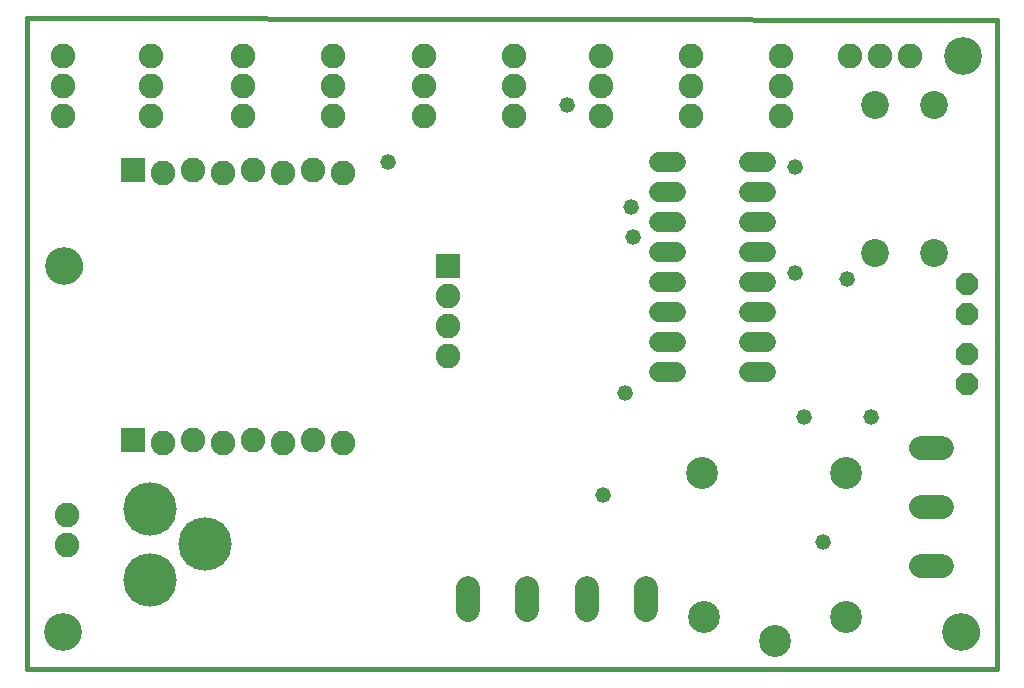
<source format=gbs>
G75*
%MOIN*%
%OFA0B0*%
%FSLAX25Y25*%
%IPPOS*%
%LPD*%
%AMOC8*
5,1,8,0,0,1.08239X$1,22.5*
%
%ADD10C,0.01600*%
%ADD11R,0.08200X0.08200*%
%ADD12C,0.08200*%
%ADD13C,0.08100*%
%ADD14C,0.00000*%
%ADD15C,0.12611*%
%ADD16OC8,0.07400*%
%ADD17C,0.06600*%
%ADD18C,0.09300*%
%ADD19C,0.10643*%
%ADD20C,0.17800*%
%ADD21C,0.05200*%
D10*
X0034000Y0043800D02*
X0034000Y0260800D01*
X0357500Y0260300D01*
X0357500Y0043800D01*
X0034000Y0043800D01*
D11*
X0069500Y0120300D03*
X0174500Y0178300D03*
X0069500Y0210300D03*
D12*
X0079500Y0209300D03*
X0089500Y0210300D03*
X0099500Y0209300D03*
X0109500Y0210300D03*
X0119500Y0209300D03*
X0129500Y0210300D03*
X0139500Y0209300D03*
X0136000Y0228300D03*
X0136000Y0238300D03*
X0136000Y0248300D03*
X0106000Y0248300D03*
X0106000Y0238300D03*
X0106000Y0228300D03*
X0075500Y0228300D03*
X0075500Y0238300D03*
X0075500Y0248300D03*
X0046000Y0248300D03*
X0046000Y0238300D03*
X0046000Y0228300D03*
X0166500Y0228300D03*
X0166500Y0238300D03*
X0166500Y0248300D03*
X0196500Y0248300D03*
X0196500Y0238300D03*
X0196500Y0228300D03*
X0225500Y0228300D03*
X0225500Y0238300D03*
X0225500Y0248300D03*
X0255500Y0248300D03*
X0255500Y0238300D03*
X0255500Y0228300D03*
X0285500Y0228300D03*
X0285500Y0238300D03*
X0285500Y0248300D03*
X0308500Y0248300D03*
X0318500Y0248300D03*
X0328500Y0248300D03*
X0174500Y0168300D03*
X0174500Y0158300D03*
X0174500Y0148300D03*
X0139500Y0119300D03*
X0129500Y0120300D03*
X0119500Y0119300D03*
X0109500Y0120300D03*
X0099500Y0119300D03*
X0089500Y0120300D03*
X0079500Y0119300D03*
X0047500Y0095300D03*
X0047500Y0085300D03*
D13*
X0181157Y0070950D02*
X0181157Y0063650D01*
X0200843Y0063650D02*
X0200843Y0070950D01*
X0220657Y0070950D02*
X0220657Y0063650D01*
X0240343Y0063650D02*
X0240343Y0070950D01*
X0331929Y0078115D02*
X0339229Y0078115D01*
X0339229Y0097800D02*
X0331929Y0097800D01*
X0331929Y0117485D02*
X0339229Y0117485D01*
D14*
X0339594Y0056300D02*
X0339596Y0056453D01*
X0339602Y0056607D01*
X0339612Y0056760D01*
X0339626Y0056912D01*
X0339644Y0057065D01*
X0339666Y0057216D01*
X0339691Y0057367D01*
X0339721Y0057518D01*
X0339755Y0057668D01*
X0339792Y0057816D01*
X0339833Y0057964D01*
X0339878Y0058110D01*
X0339927Y0058256D01*
X0339980Y0058400D01*
X0340036Y0058542D01*
X0340096Y0058683D01*
X0340160Y0058823D01*
X0340227Y0058961D01*
X0340298Y0059097D01*
X0340373Y0059231D01*
X0340450Y0059363D01*
X0340532Y0059493D01*
X0340616Y0059621D01*
X0340704Y0059747D01*
X0340795Y0059870D01*
X0340889Y0059991D01*
X0340987Y0060109D01*
X0341087Y0060225D01*
X0341191Y0060338D01*
X0341297Y0060449D01*
X0341406Y0060557D01*
X0341518Y0060662D01*
X0341632Y0060763D01*
X0341750Y0060862D01*
X0341869Y0060958D01*
X0341991Y0061051D01*
X0342116Y0061140D01*
X0342243Y0061227D01*
X0342372Y0061309D01*
X0342503Y0061389D01*
X0342636Y0061465D01*
X0342771Y0061538D01*
X0342908Y0061607D01*
X0343047Y0061672D01*
X0343187Y0061734D01*
X0343329Y0061792D01*
X0343472Y0061847D01*
X0343617Y0061898D01*
X0343763Y0061945D01*
X0343910Y0061988D01*
X0344058Y0062027D01*
X0344207Y0062063D01*
X0344357Y0062094D01*
X0344508Y0062122D01*
X0344659Y0062146D01*
X0344812Y0062166D01*
X0344964Y0062182D01*
X0345117Y0062194D01*
X0345270Y0062202D01*
X0345423Y0062206D01*
X0345577Y0062206D01*
X0345730Y0062202D01*
X0345883Y0062194D01*
X0346036Y0062182D01*
X0346188Y0062166D01*
X0346341Y0062146D01*
X0346492Y0062122D01*
X0346643Y0062094D01*
X0346793Y0062063D01*
X0346942Y0062027D01*
X0347090Y0061988D01*
X0347237Y0061945D01*
X0347383Y0061898D01*
X0347528Y0061847D01*
X0347671Y0061792D01*
X0347813Y0061734D01*
X0347953Y0061672D01*
X0348092Y0061607D01*
X0348229Y0061538D01*
X0348364Y0061465D01*
X0348497Y0061389D01*
X0348628Y0061309D01*
X0348757Y0061227D01*
X0348884Y0061140D01*
X0349009Y0061051D01*
X0349131Y0060958D01*
X0349250Y0060862D01*
X0349368Y0060763D01*
X0349482Y0060662D01*
X0349594Y0060557D01*
X0349703Y0060449D01*
X0349809Y0060338D01*
X0349913Y0060225D01*
X0350013Y0060109D01*
X0350111Y0059991D01*
X0350205Y0059870D01*
X0350296Y0059747D01*
X0350384Y0059621D01*
X0350468Y0059493D01*
X0350550Y0059363D01*
X0350627Y0059231D01*
X0350702Y0059097D01*
X0350773Y0058961D01*
X0350840Y0058823D01*
X0350904Y0058683D01*
X0350964Y0058542D01*
X0351020Y0058400D01*
X0351073Y0058256D01*
X0351122Y0058110D01*
X0351167Y0057964D01*
X0351208Y0057816D01*
X0351245Y0057668D01*
X0351279Y0057518D01*
X0351309Y0057367D01*
X0351334Y0057216D01*
X0351356Y0057065D01*
X0351374Y0056912D01*
X0351388Y0056760D01*
X0351398Y0056607D01*
X0351404Y0056453D01*
X0351406Y0056300D01*
X0351404Y0056147D01*
X0351398Y0055993D01*
X0351388Y0055840D01*
X0351374Y0055688D01*
X0351356Y0055535D01*
X0351334Y0055384D01*
X0351309Y0055233D01*
X0351279Y0055082D01*
X0351245Y0054932D01*
X0351208Y0054784D01*
X0351167Y0054636D01*
X0351122Y0054490D01*
X0351073Y0054344D01*
X0351020Y0054200D01*
X0350964Y0054058D01*
X0350904Y0053917D01*
X0350840Y0053777D01*
X0350773Y0053639D01*
X0350702Y0053503D01*
X0350627Y0053369D01*
X0350550Y0053237D01*
X0350468Y0053107D01*
X0350384Y0052979D01*
X0350296Y0052853D01*
X0350205Y0052730D01*
X0350111Y0052609D01*
X0350013Y0052491D01*
X0349913Y0052375D01*
X0349809Y0052262D01*
X0349703Y0052151D01*
X0349594Y0052043D01*
X0349482Y0051938D01*
X0349368Y0051837D01*
X0349250Y0051738D01*
X0349131Y0051642D01*
X0349009Y0051549D01*
X0348884Y0051460D01*
X0348757Y0051373D01*
X0348628Y0051291D01*
X0348497Y0051211D01*
X0348364Y0051135D01*
X0348229Y0051062D01*
X0348092Y0050993D01*
X0347953Y0050928D01*
X0347813Y0050866D01*
X0347671Y0050808D01*
X0347528Y0050753D01*
X0347383Y0050702D01*
X0347237Y0050655D01*
X0347090Y0050612D01*
X0346942Y0050573D01*
X0346793Y0050537D01*
X0346643Y0050506D01*
X0346492Y0050478D01*
X0346341Y0050454D01*
X0346188Y0050434D01*
X0346036Y0050418D01*
X0345883Y0050406D01*
X0345730Y0050398D01*
X0345577Y0050394D01*
X0345423Y0050394D01*
X0345270Y0050398D01*
X0345117Y0050406D01*
X0344964Y0050418D01*
X0344812Y0050434D01*
X0344659Y0050454D01*
X0344508Y0050478D01*
X0344357Y0050506D01*
X0344207Y0050537D01*
X0344058Y0050573D01*
X0343910Y0050612D01*
X0343763Y0050655D01*
X0343617Y0050702D01*
X0343472Y0050753D01*
X0343329Y0050808D01*
X0343187Y0050866D01*
X0343047Y0050928D01*
X0342908Y0050993D01*
X0342771Y0051062D01*
X0342636Y0051135D01*
X0342503Y0051211D01*
X0342372Y0051291D01*
X0342243Y0051373D01*
X0342116Y0051460D01*
X0341991Y0051549D01*
X0341869Y0051642D01*
X0341750Y0051738D01*
X0341632Y0051837D01*
X0341518Y0051938D01*
X0341406Y0052043D01*
X0341297Y0052151D01*
X0341191Y0052262D01*
X0341087Y0052375D01*
X0340987Y0052491D01*
X0340889Y0052609D01*
X0340795Y0052730D01*
X0340704Y0052853D01*
X0340616Y0052979D01*
X0340532Y0053107D01*
X0340450Y0053237D01*
X0340373Y0053369D01*
X0340298Y0053503D01*
X0340227Y0053639D01*
X0340160Y0053777D01*
X0340096Y0053917D01*
X0340036Y0054058D01*
X0339980Y0054200D01*
X0339927Y0054344D01*
X0339878Y0054490D01*
X0339833Y0054636D01*
X0339792Y0054784D01*
X0339755Y0054932D01*
X0339721Y0055082D01*
X0339691Y0055233D01*
X0339666Y0055384D01*
X0339644Y0055535D01*
X0339626Y0055688D01*
X0339612Y0055840D01*
X0339602Y0055993D01*
X0339596Y0056147D01*
X0339594Y0056300D01*
X0340094Y0248300D02*
X0340096Y0248453D01*
X0340102Y0248607D01*
X0340112Y0248760D01*
X0340126Y0248912D01*
X0340144Y0249065D01*
X0340166Y0249216D01*
X0340191Y0249367D01*
X0340221Y0249518D01*
X0340255Y0249668D01*
X0340292Y0249816D01*
X0340333Y0249964D01*
X0340378Y0250110D01*
X0340427Y0250256D01*
X0340480Y0250400D01*
X0340536Y0250542D01*
X0340596Y0250683D01*
X0340660Y0250823D01*
X0340727Y0250961D01*
X0340798Y0251097D01*
X0340873Y0251231D01*
X0340950Y0251363D01*
X0341032Y0251493D01*
X0341116Y0251621D01*
X0341204Y0251747D01*
X0341295Y0251870D01*
X0341389Y0251991D01*
X0341487Y0252109D01*
X0341587Y0252225D01*
X0341691Y0252338D01*
X0341797Y0252449D01*
X0341906Y0252557D01*
X0342018Y0252662D01*
X0342132Y0252763D01*
X0342250Y0252862D01*
X0342369Y0252958D01*
X0342491Y0253051D01*
X0342616Y0253140D01*
X0342743Y0253227D01*
X0342872Y0253309D01*
X0343003Y0253389D01*
X0343136Y0253465D01*
X0343271Y0253538D01*
X0343408Y0253607D01*
X0343547Y0253672D01*
X0343687Y0253734D01*
X0343829Y0253792D01*
X0343972Y0253847D01*
X0344117Y0253898D01*
X0344263Y0253945D01*
X0344410Y0253988D01*
X0344558Y0254027D01*
X0344707Y0254063D01*
X0344857Y0254094D01*
X0345008Y0254122D01*
X0345159Y0254146D01*
X0345312Y0254166D01*
X0345464Y0254182D01*
X0345617Y0254194D01*
X0345770Y0254202D01*
X0345923Y0254206D01*
X0346077Y0254206D01*
X0346230Y0254202D01*
X0346383Y0254194D01*
X0346536Y0254182D01*
X0346688Y0254166D01*
X0346841Y0254146D01*
X0346992Y0254122D01*
X0347143Y0254094D01*
X0347293Y0254063D01*
X0347442Y0254027D01*
X0347590Y0253988D01*
X0347737Y0253945D01*
X0347883Y0253898D01*
X0348028Y0253847D01*
X0348171Y0253792D01*
X0348313Y0253734D01*
X0348453Y0253672D01*
X0348592Y0253607D01*
X0348729Y0253538D01*
X0348864Y0253465D01*
X0348997Y0253389D01*
X0349128Y0253309D01*
X0349257Y0253227D01*
X0349384Y0253140D01*
X0349509Y0253051D01*
X0349631Y0252958D01*
X0349750Y0252862D01*
X0349868Y0252763D01*
X0349982Y0252662D01*
X0350094Y0252557D01*
X0350203Y0252449D01*
X0350309Y0252338D01*
X0350413Y0252225D01*
X0350513Y0252109D01*
X0350611Y0251991D01*
X0350705Y0251870D01*
X0350796Y0251747D01*
X0350884Y0251621D01*
X0350968Y0251493D01*
X0351050Y0251363D01*
X0351127Y0251231D01*
X0351202Y0251097D01*
X0351273Y0250961D01*
X0351340Y0250823D01*
X0351404Y0250683D01*
X0351464Y0250542D01*
X0351520Y0250400D01*
X0351573Y0250256D01*
X0351622Y0250110D01*
X0351667Y0249964D01*
X0351708Y0249816D01*
X0351745Y0249668D01*
X0351779Y0249518D01*
X0351809Y0249367D01*
X0351834Y0249216D01*
X0351856Y0249065D01*
X0351874Y0248912D01*
X0351888Y0248760D01*
X0351898Y0248607D01*
X0351904Y0248453D01*
X0351906Y0248300D01*
X0351904Y0248147D01*
X0351898Y0247993D01*
X0351888Y0247840D01*
X0351874Y0247688D01*
X0351856Y0247535D01*
X0351834Y0247384D01*
X0351809Y0247233D01*
X0351779Y0247082D01*
X0351745Y0246932D01*
X0351708Y0246784D01*
X0351667Y0246636D01*
X0351622Y0246490D01*
X0351573Y0246344D01*
X0351520Y0246200D01*
X0351464Y0246058D01*
X0351404Y0245917D01*
X0351340Y0245777D01*
X0351273Y0245639D01*
X0351202Y0245503D01*
X0351127Y0245369D01*
X0351050Y0245237D01*
X0350968Y0245107D01*
X0350884Y0244979D01*
X0350796Y0244853D01*
X0350705Y0244730D01*
X0350611Y0244609D01*
X0350513Y0244491D01*
X0350413Y0244375D01*
X0350309Y0244262D01*
X0350203Y0244151D01*
X0350094Y0244043D01*
X0349982Y0243938D01*
X0349868Y0243837D01*
X0349750Y0243738D01*
X0349631Y0243642D01*
X0349509Y0243549D01*
X0349384Y0243460D01*
X0349257Y0243373D01*
X0349128Y0243291D01*
X0348997Y0243211D01*
X0348864Y0243135D01*
X0348729Y0243062D01*
X0348592Y0242993D01*
X0348453Y0242928D01*
X0348313Y0242866D01*
X0348171Y0242808D01*
X0348028Y0242753D01*
X0347883Y0242702D01*
X0347737Y0242655D01*
X0347590Y0242612D01*
X0347442Y0242573D01*
X0347293Y0242537D01*
X0347143Y0242506D01*
X0346992Y0242478D01*
X0346841Y0242454D01*
X0346688Y0242434D01*
X0346536Y0242418D01*
X0346383Y0242406D01*
X0346230Y0242398D01*
X0346077Y0242394D01*
X0345923Y0242394D01*
X0345770Y0242398D01*
X0345617Y0242406D01*
X0345464Y0242418D01*
X0345312Y0242434D01*
X0345159Y0242454D01*
X0345008Y0242478D01*
X0344857Y0242506D01*
X0344707Y0242537D01*
X0344558Y0242573D01*
X0344410Y0242612D01*
X0344263Y0242655D01*
X0344117Y0242702D01*
X0343972Y0242753D01*
X0343829Y0242808D01*
X0343687Y0242866D01*
X0343547Y0242928D01*
X0343408Y0242993D01*
X0343271Y0243062D01*
X0343136Y0243135D01*
X0343003Y0243211D01*
X0342872Y0243291D01*
X0342743Y0243373D01*
X0342616Y0243460D01*
X0342491Y0243549D01*
X0342369Y0243642D01*
X0342250Y0243738D01*
X0342132Y0243837D01*
X0342018Y0243938D01*
X0341906Y0244043D01*
X0341797Y0244151D01*
X0341691Y0244262D01*
X0341587Y0244375D01*
X0341487Y0244491D01*
X0341389Y0244609D01*
X0341295Y0244730D01*
X0341204Y0244853D01*
X0341116Y0244979D01*
X0341032Y0245107D01*
X0340950Y0245237D01*
X0340873Y0245369D01*
X0340798Y0245503D01*
X0340727Y0245639D01*
X0340660Y0245777D01*
X0340596Y0245917D01*
X0340536Y0246058D01*
X0340480Y0246200D01*
X0340427Y0246344D01*
X0340378Y0246490D01*
X0340333Y0246636D01*
X0340292Y0246784D01*
X0340255Y0246932D01*
X0340221Y0247082D01*
X0340191Y0247233D01*
X0340166Y0247384D01*
X0340144Y0247535D01*
X0340126Y0247688D01*
X0340112Y0247840D01*
X0340102Y0247993D01*
X0340096Y0248147D01*
X0340094Y0248300D01*
X0040594Y0178300D02*
X0040596Y0178453D01*
X0040602Y0178607D01*
X0040612Y0178760D01*
X0040626Y0178912D01*
X0040644Y0179065D01*
X0040666Y0179216D01*
X0040691Y0179367D01*
X0040721Y0179518D01*
X0040755Y0179668D01*
X0040792Y0179816D01*
X0040833Y0179964D01*
X0040878Y0180110D01*
X0040927Y0180256D01*
X0040980Y0180400D01*
X0041036Y0180542D01*
X0041096Y0180683D01*
X0041160Y0180823D01*
X0041227Y0180961D01*
X0041298Y0181097D01*
X0041373Y0181231D01*
X0041450Y0181363D01*
X0041532Y0181493D01*
X0041616Y0181621D01*
X0041704Y0181747D01*
X0041795Y0181870D01*
X0041889Y0181991D01*
X0041987Y0182109D01*
X0042087Y0182225D01*
X0042191Y0182338D01*
X0042297Y0182449D01*
X0042406Y0182557D01*
X0042518Y0182662D01*
X0042632Y0182763D01*
X0042750Y0182862D01*
X0042869Y0182958D01*
X0042991Y0183051D01*
X0043116Y0183140D01*
X0043243Y0183227D01*
X0043372Y0183309D01*
X0043503Y0183389D01*
X0043636Y0183465D01*
X0043771Y0183538D01*
X0043908Y0183607D01*
X0044047Y0183672D01*
X0044187Y0183734D01*
X0044329Y0183792D01*
X0044472Y0183847D01*
X0044617Y0183898D01*
X0044763Y0183945D01*
X0044910Y0183988D01*
X0045058Y0184027D01*
X0045207Y0184063D01*
X0045357Y0184094D01*
X0045508Y0184122D01*
X0045659Y0184146D01*
X0045812Y0184166D01*
X0045964Y0184182D01*
X0046117Y0184194D01*
X0046270Y0184202D01*
X0046423Y0184206D01*
X0046577Y0184206D01*
X0046730Y0184202D01*
X0046883Y0184194D01*
X0047036Y0184182D01*
X0047188Y0184166D01*
X0047341Y0184146D01*
X0047492Y0184122D01*
X0047643Y0184094D01*
X0047793Y0184063D01*
X0047942Y0184027D01*
X0048090Y0183988D01*
X0048237Y0183945D01*
X0048383Y0183898D01*
X0048528Y0183847D01*
X0048671Y0183792D01*
X0048813Y0183734D01*
X0048953Y0183672D01*
X0049092Y0183607D01*
X0049229Y0183538D01*
X0049364Y0183465D01*
X0049497Y0183389D01*
X0049628Y0183309D01*
X0049757Y0183227D01*
X0049884Y0183140D01*
X0050009Y0183051D01*
X0050131Y0182958D01*
X0050250Y0182862D01*
X0050368Y0182763D01*
X0050482Y0182662D01*
X0050594Y0182557D01*
X0050703Y0182449D01*
X0050809Y0182338D01*
X0050913Y0182225D01*
X0051013Y0182109D01*
X0051111Y0181991D01*
X0051205Y0181870D01*
X0051296Y0181747D01*
X0051384Y0181621D01*
X0051468Y0181493D01*
X0051550Y0181363D01*
X0051627Y0181231D01*
X0051702Y0181097D01*
X0051773Y0180961D01*
X0051840Y0180823D01*
X0051904Y0180683D01*
X0051964Y0180542D01*
X0052020Y0180400D01*
X0052073Y0180256D01*
X0052122Y0180110D01*
X0052167Y0179964D01*
X0052208Y0179816D01*
X0052245Y0179668D01*
X0052279Y0179518D01*
X0052309Y0179367D01*
X0052334Y0179216D01*
X0052356Y0179065D01*
X0052374Y0178912D01*
X0052388Y0178760D01*
X0052398Y0178607D01*
X0052404Y0178453D01*
X0052406Y0178300D01*
X0052404Y0178147D01*
X0052398Y0177993D01*
X0052388Y0177840D01*
X0052374Y0177688D01*
X0052356Y0177535D01*
X0052334Y0177384D01*
X0052309Y0177233D01*
X0052279Y0177082D01*
X0052245Y0176932D01*
X0052208Y0176784D01*
X0052167Y0176636D01*
X0052122Y0176490D01*
X0052073Y0176344D01*
X0052020Y0176200D01*
X0051964Y0176058D01*
X0051904Y0175917D01*
X0051840Y0175777D01*
X0051773Y0175639D01*
X0051702Y0175503D01*
X0051627Y0175369D01*
X0051550Y0175237D01*
X0051468Y0175107D01*
X0051384Y0174979D01*
X0051296Y0174853D01*
X0051205Y0174730D01*
X0051111Y0174609D01*
X0051013Y0174491D01*
X0050913Y0174375D01*
X0050809Y0174262D01*
X0050703Y0174151D01*
X0050594Y0174043D01*
X0050482Y0173938D01*
X0050368Y0173837D01*
X0050250Y0173738D01*
X0050131Y0173642D01*
X0050009Y0173549D01*
X0049884Y0173460D01*
X0049757Y0173373D01*
X0049628Y0173291D01*
X0049497Y0173211D01*
X0049364Y0173135D01*
X0049229Y0173062D01*
X0049092Y0172993D01*
X0048953Y0172928D01*
X0048813Y0172866D01*
X0048671Y0172808D01*
X0048528Y0172753D01*
X0048383Y0172702D01*
X0048237Y0172655D01*
X0048090Y0172612D01*
X0047942Y0172573D01*
X0047793Y0172537D01*
X0047643Y0172506D01*
X0047492Y0172478D01*
X0047341Y0172454D01*
X0047188Y0172434D01*
X0047036Y0172418D01*
X0046883Y0172406D01*
X0046730Y0172398D01*
X0046577Y0172394D01*
X0046423Y0172394D01*
X0046270Y0172398D01*
X0046117Y0172406D01*
X0045964Y0172418D01*
X0045812Y0172434D01*
X0045659Y0172454D01*
X0045508Y0172478D01*
X0045357Y0172506D01*
X0045207Y0172537D01*
X0045058Y0172573D01*
X0044910Y0172612D01*
X0044763Y0172655D01*
X0044617Y0172702D01*
X0044472Y0172753D01*
X0044329Y0172808D01*
X0044187Y0172866D01*
X0044047Y0172928D01*
X0043908Y0172993D01*
X0043771Y0173062D01*
X0043636Y0173135D01*
X0043503Y0173211D01*
X0043372Y0173291D01*
X0043243Y0173373D01*
X0043116Y0173460D01*
X0042991Y0173549D01*
X0042869Y0173642D01*
X0042750Y0173738D01*
X0042632Y0173837D01*
X0042518Y0173938D01*
X0042406Y0174043D01*
X0042297Y0174151D01*
X0042191Y0174262D01*
X0042087Y0174375D01*
X0041987Y0174491D01*
X0041889Y0174609D01*
X0041795Y0174730D01*
X0041704Y0174853D01*
X0041616Y0174979D01*
X0041532Y0175107D01*
X0041450Y0175237D01*
X0041373Y0175369D01*
X0041298Y0175503D01*
X0041227Y0175639D01*
X0041160Y0175777D01*
X0041096Y0175917D01*
X0041036Y0176058D01*
X0040980Y0176200D01*
X0040927Y0176344D01*
X0040878Y0176490D01*
X0040833Y0176636D01*
X0040792Y0176784D01*
X0040755Y0176932D01*
X0040721Y0177082D01*
X0040691Y0177233D01*
X0040666Y0177384D01*
X0040644Y0177535D01*
X0040626Y0177688D01*
X0040612Y0177840D01*
X0040602Y0177993D01*
X0040596Y0178147D01*
X0040594Y0178300D01*
X0040094Y0056300D02*
X0040096Y0056453D01*
X0040102Y0056607D01*
X0040112Y0056760D01*
X0040126Y0056912D01*
X0040144Y0057065D01*
X0040166Y0057216D01*
X0040191Y0057367D01*
X0040221Y0057518D01*
X0040255Y0057668D01*
X0040292Y0057816D01*
X0040333Y0057964D01*
X0040378Y0058110D01*
X0040427Y0058256D01*
X0040480Y0058400D01*
X0040536Y0058542D01*
X0040596Y0058683D01*
X0040660Y0058823D01*
X0040727Y0058961D01*
X0040798Y0059097D01*
X0040873Y0059231D01*
X0040950Y0059363D01*
X0041032Y0059493D01*
X0041116Y0059621D01*
X0041204Y0059747D01*
X0041295Y0059870D01*
X0041389Y0059991D01*
X0041487Y0060109D01*
X0041587Y0060225D01*
X0041691Y0060338D01*
X0041797Y0060449D01*
X0041906Y0060557D01*
X0042018Y0060662D01*
X0042132Y0060763D01*
X0042250Y0060862D01*
X0042369Y0060958D01*
X0042491Y0061051D01*
X0042616Y0061140D01*
X0042743Y0061227D01*
X0042872Y0061309D01*
X0043003Y0061389D01*
X0043136Y0061465D01*
X0043271Y0061538D01*
X0043408Y0061607D01*
X0043547Y0061672D01*
X0043687Y0061734D01*
X0043829Y0061792D01*
X0043972Y0061847D01*
X0044117Y0061898D01*
X0044263Y0061945D01*
X0044410Y0061988D01*
X0044558Y0062027D01*
X0044707Y0062063D01*
X0044857Y0062094D01*
X0045008Y0062122D01*
X0045159Y0062146D01*
X0045312Y0062166D01*
X0045464Y0062182D01*
X0045617Y0062194D01*
X0045770Y0062202D01*
X0045923Y0062206D01*
X0046077Y0062206D01*
X0046230Y0062202D01*
X0046383Y0062194D01*
X0046536Y0062182D01*
X0046688Y0062166D01*
X0046841Y0062146D01*
X0046992Y0062122D01*
X0047143Y0062094D01*
X0047293Y0062063D01*
X0047442Y0062027D01*
X0047590Y0061988D01*
X0047737Y0061945D01*
X0047883Y0061898D01*
X0048028Y0061847D01*
X0048171Y0061792D01*
X0048313Y0061734D01*
X0048453Y0061672D01*
X0048592Y0061607D01*
X0048729Y0061538D01*
X0048864Y0061465D01*
X0048997Y0061389D01*
X0049128Y0061309D01*
X0049257Y0061227D01*
X0049384Y0061140D01*
X0049509Y0061051D01*
X0049631Y0060958D01*
X0049750Y0060862D01*
X0049868Y0060763D01*
X0049982Y0060662D01*
X0050094Y0060557D01*
X0050203Y0060449D01*
X0050309Y0060338D01*
X0050413Y0060225D01*
X0050513Y0060109D01*
X0050611Y0059991D01*
X0050705Y0059870D01*
X0050796Y0059747D01*
X0050884Y0059621D01*
X0050968Y0059493D01*
X0051050Y0059363D01*
X0051127Y0059231D01*
X0051202Y0059097D01*
X0051273Y0058961D01*
X0051340Y0058823D01*
X0051404Y0058683D01*
X0051464Y0058542D01*
X0051520Y0058400D01*
X0051573Y0058256D01*
X0051622Y0058110D01*
X0051667Y0057964D01*
X0051708Y0057816D01*
X0051745Y0057668D01*
X0051779Y0057518D01*
X0051809Y0057367D01*
X0051834Y0057216D01*
X0051856Y0057065D01*
X0051874Y0056912D01*
X0051888Y0056760D01*
X0051898Y0056607D01*
X0051904Y0056453D01*
X0051906Y0056300D01*
X0051904Y0056147D01*
X0051898Y0055993D01*
X0051888Y0055840D01*
X0051874Y0055688D01*
X0051856Y0055535D01*
X0051834Y0055384D01*
X0051809Y0055233D01*
X0051779Y0055082D01*
X0051745Y0054932D01*
X0051708Y0054784D01*
X0051667Y0054636D01*
X0051622Y0054490D01*
X0051573Y0054344D01*
X0051520Y0054200D01*
X0051464Y0054058D01*
X0051404Y0053917D01*
X0051340Y0053777D01*
X0051273Y0053639D01*
X0051202Y0053503D01*
X0051127Y0053369D01*
X0051050Y0053237D01*
X0050968Y0053107D01*
X0050884Y0052979D01*
X0050796Y0052853D01*
X0050705Y0052730D01*
X0050611Y0052609D01*
X0050513Y0052491D01*
X0050413Y0052375D01*
X0050309Y0052262D01*
X0050203Y0052151D01*
X0050094Y0052043D01*
X0049982Y0051938D01*
X0049868Y0051837D01*
X0049750Y0051738D01*
X0049631Y0051642D01*
X0049509Y0051549D01*
X0049384Y0051460D01*
X0049257Y0051373D01*
X0049128Y0051291D01*
X0048997Y0051211D01*
X0048864Y0051135D01*
X0048729Y0051062D01*
X0048592Y0050993D01*
X0048453Y0050928D01*
X0048313Y0050866D01*
X0048171Y0050808D01*
X0048028Y0050753D01*
X0047883Y0050702D01*
X0047737Y0050655D01*
X0047590Y0050612D01*
X0047442Y0050573D01*
X0047293Y0050537D01*
X0047143Y0050506D01*
X0046992Y0050478D01*
X0046841Y0050454D01*
X0046688Y0050434D01*
X0046536Y0050418D01*
X0046383Y0050406D01*
X0046230Y0050398D01*
X0046077Y0050394D01*
X0045923Y0050394D01*
X0045770Y0050398D01*
X0045617Y0050406D01*
X0045464Y0050418D01*
X0045312Y0050434D01*
X0045159Y0050454D01*
X0045008Y0050478D01*
X0044857Y0050506D01*
X0044707Y0050537D01*
X0044558Y0050573D01*
X0044410Y0050612D01*
X0044263Y0050655D01*
X0044117Y0050702D01*
X0043972Y0050753D01*
X0043829Y0050808D01*
X0043687Y0050866D01*
X0043547Y0050928D01*
X0043408Y0050993D01*
X0043271Y0051062D01*
X0043136Y0051135D01*
X0043003Y0051211D01*
X0042872Y0051291D01*
X0042743Y0051373D01*
X0042616Y0051460D01*
X0042491Y0051549D01*
X0042369Y0051642D01*
X0042250Y0051738D01*
X0042132Y0051837D01*
X0042018Y0051938D01*
X0041906Y0052043D01*
X0041797Y0052151D01*
X0041691Y0052262D01*
X0041587Y0052375D01*
X0041487Y0052491D01*
X0041389Y0052609D01*
X0041295Y0052730D01*
X0041204Y0052853D01*
X0041116Y0052979D01*
X0041032Y0053107D01*
X0040950Y0053237D01*
X0040873Y0053369D01*
X0040798Y0053503D01*
X0040727Y0053639D01*
X0040660Y0053777D01*
X0040596Y0053917D01*
X0040536Y0054058D01*
X0040480Y0054200D01*
X0040427Y0054344D01*
X0040378Y0054490D01*
X0040333Y0054636D01*
X0040292Y0054784D01*
X0040255Y0054932D01*
X0040221Y0055082D01*
X0040191Y0055233D01*
X0040166Y0055384D01*
X0040144Y0055535D01*
X0040126Y0055688D01*
X0040112Y0055840D01*
X0040102Y0055993D01*
X0040096Y0056147D01*
X0040094Y0056300D01*
D15*
X0046000Y0056300D03*
X0046500Y0178300D03*
X0345500Y0056300D03*
X0346000Y0248300D03*
D16*
X0347500Y0172300D03*
X0347500Y0162300D03*
X0347500Y0148800D03*
X0347500Y0138800D03*
D17*
X0280400Y0142800D02*
X0274600Y0142800D01*
X0274600Y0152800D02*
X0280400Y0152800D01*
X0280400Y0162800D02*
X0274600Y0162800D01*
X0274600Y0172800D02*
X0280400Y0172800D01*
X0280400Y0182800D02*
X0274600Y0182800D01*
X0274600Y0192800D02*
X0280400Y0192800D01*
X0280400Y0202800D02*
X0274600Y0202800D01*
X0274600Y0212800D02*
X0280400Y0212800D01*
X0250400Y0212800D02*
X0244600Y0212800D01*
X0244600Y0202800D02*
X0250400Y0202800D01*
X0250400Y0192800D02*
X0244600Y0192800D01*
X0244600Y0182800D02*
X0250400Y0182800D01*
X0250400Y0172800D02*
X0244600Y0172800D01*
X0244600Y0162800D02*
X0250400Y0162800D01*
X0250400Y0152800D02*
X0244600Y0152800D01*
X0244600Y0142800D02*
X0250400Y0142800D01*
D18*
X0316657Y0182694D03*
X0336343Y0182694D03*
X0336343Y0231906D03*
X0316657Y0231906D03*
D19*
X0307122Y0109206D03*
X0259091Y0109206D03*
X0259878Y0061174D03*
X0283500Y0053300D03*
X0307122Y0061174D03*
D20*
X0093504Y0085426D03*
X0075000Y0097237D03*
X0075000Y0073615D03*
D21*
X0226000Y0101800D03*
X0233500Y0135800D03*
X0293000Y0127800D03*
X0315500Y0127800D03*
X0299500Y0086300D03*
X0307500Y0173800D03*
X0290000Y0175800D03*
X0290000Y0211300D03*
X0235500Y0197800D03*
X0236000Y0187800D03*
X0214000Y0231800D03*
X0154500Y0212800D03*
M02*

</source>
